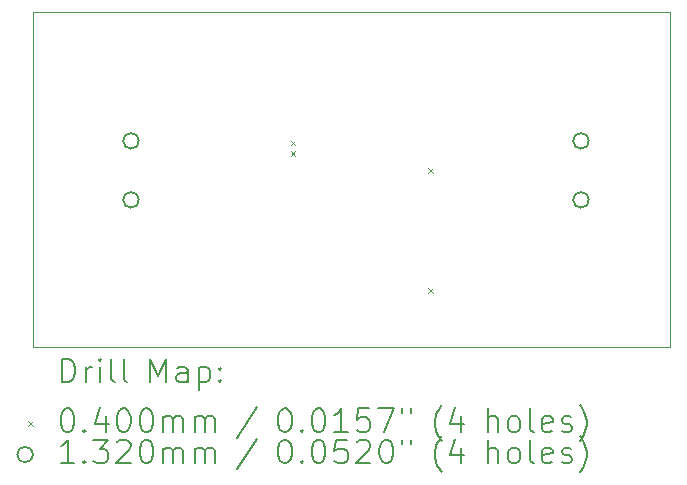
<source format=gbr>
%TF.GenerationSoftware,KiCad,Pcbnew,(6.99.0-5210-g1b15854da5)*%
%TF.CreationDate,2023-02-20T10:04:08+05:30*%
%TF.ProjectId,Prot_Circ,50726f74-5f43-4697-9263-2e6b69636164,rev?*%
%TF.SameCoordinates,Original*%
%TF.FileFunction,Drillmap*%
%TF.FilePolarity,Positive*%
%FSLAX45Y45*%
G04 Gerber Fmt 4.5, Leading zero omitted, Abs format (unit mm)*
G04 Created by KiCad (PCBNEW (6.99.0-5210-g1b15854da5)) date 2023-02-20 10:04:08*
%MOMM*%
%LPD*%
G01*
G04 APERTURE LIST*
%ADD10C,0.100000*%
%ADD11C,0.200000*%
%ADD12C,0.040000*%
%ADD13C,0.132000*%
G04 APERTURE END LIST*
D10*
X11366500Y-7292340D02*
X16532860Y-7292340D01*
X16756380Y-10129520D02*
X11366500Y-10129520D01*
X11366500Y-10129520D02*
X11366500Y-7292340D01*
X16756380Y-7292340D02*
X16756380Y-10129520D01*
X16532860Y-7292340D02*
X16756380Y-7292340D01*
D11*
D12*
X13546140Y-8379780D02*
X13586140Y-8419780D01*
X13586140Y-8379780D02*
X13546140Y-8419780D01*
X13546140Y-8471220D02*
X13586140Y-8511220D01*
X13586140Y-8471220D02*
X13546140Y-8511220D01*
X14712000Y-8616000D02*
X14752000Y-8656000D01*
X14752000Y-8616000D02*
X14712000Y-8656000D01*
X14712000Y-9632000D02*
X14752000Y-9672000D01*
X14752000Y-9632000D02*
X14712000Y-9672000D01*
D13*
X12258000Y-8382000D02*
G75*
G03*
X12258000Y-8382000I-66000J0D01*
G01*
X12258000Y-8882000D02*
G75*
G03*
X12258000Y-8882000I-66000J0D01*
G01*
X16068000Y-8382000D02*
G75*
G03*
X16068000Y-8382000I-66000J0D01*
G01*
X16068000Y-8882000D02*
G75*
G03*
X16068000Y-8882000I-66000J0D01*
G01*
D11*
X11609119Y-10427996D02*
X11609119Y-10227996D01*
X11609119Y-10227996D02*
X11656738Y-10227996D01*
X11656738Y-10227996D02*
X11685309Y-10237520D01*
X11685309Y-10237520D02*
X11704357Y-10256568D01*
X11704357Y-10256568D02*
X11713881Y-10275615D01*
X11713881Y-10275615D02*
X11723405Y-10313710D01*
X11723405Y-10313710D02*
X11723405Y-10342282D01*
X11723405Y-10342282D02*
X11713881Y-10380377D01*
X11713881Y-10380377D02*
X11704357Y-10399425D01*
X11704357Y-10399425D02*
X11685309Y-10418472D01*
X11685309Y-10418472D02*
X11656738Y-10427996D01*
X11656738Y-10427996D02*
X11609119Y-10427996D01*
X11809119Y-10427996D02*
X11809119Y-10294663D01*
X11809119Y-10332758D02*
X11818643Y-10313710D01*
X11818643Y-10313710D02*
X11828167Y-10304187D01*
X11828167Y-10304187D02*
X11847214Y-10294663D01*
X11847214Y-10294663D02*
X11866262Y-10294663D01*
X11932928Y-10427996D02*
X11932928Y-10294663D01*
X11932928Y-10227996D02*
X11923405Y-10237520D01*
X11923405Y-10237520D02*
X11932928Y-10247044D01*
X11932928Y-10247044D02*
X11942452Y-10237520D01*
X11942452Y-10237520D02*
X11932928Y-10227996D01*
X11932928Y-10227996D02*
X11932928Y-10247044D01*
X12056738Y-10427996D02*
X12037690Y-10418472D01*
X12037690Y-10418472D02*
X12028167Y-10399425D01*
X12028167Y-10399425D02*
X12028167Y-10227996D01*
X12161500Y-10427996D02*
X12142452Y-10418472D01*
X12142452Y-10418472D02*
X12132928Y-10399425D01*
X12132928Y-10399425D02*
X12132928Y-10227996D01*
X12357690Y-10427996D02*
X12357690Y-10227996D01*
X12357690Y-10227996D02*
X12424357Y-10370853D01*
X12424357Y-10370853D02*
X12491024Y-10227996D01*
X12491024Y-10227996D02*
X12491024Y-10427996D01*
X12671976Y-10427996D02*
X12671976Y-10323234D01*
X12671976Y-10323234D02*
X12662452Y-10304187D01*
X12662452Y-10304187D02*
X12643405Y-10294663D01*
X12643405Y-10294663D02*
X12605309Y-10294663D01*
X12605309Y-10294663D02*
X12586262Y-10304187D01*
X12671976Y-10418472D02*
X12652928Y-10427996D01*
X12652928Y-10427996D02*
X12605309Y-10427996D01*
X12605309Y-10427996D02*
X12586262Y-10418472D01*
X12586262Y-10418472D02*
X12576738Y-10399425D01*
X12576738Y-10399425D02*
X12576738Y-10380377D01*
X12576738Y-10380377D02*
X12586262Y-10361330D01*
X12586262Y-10361330D02*
X12605309Y-10351806D01*
X12605309Y-10351806D02*
X12652928Y-10351806D01*
X12652928Y-10351806D02*
X12671976Y-10342282D01*
X12767214Y-10294663D02*
X12767214Y-10494663D01*
X12767214Y-10304187D02*
X12786262Y-10294663D01*
X12786262Y-10294663D02*
X12824357Y-10294663D01*
X12824357Y-10294663D02*
X12843405Y-10304187D01*
X12843405Y-10304187D02*
X12852928Y-10313710D01*
X12852928Y-10313710D02*
X12862452Y-10332758D01*
X12862452Y-10332758D02*
X12862452Y-10389901D01*
X12862452Y-10389901D02*
X12852928Y-10408949D01*
X12852928Y-10408949D02*
X12843405Y-10418472D01*
X12843405Y-10418472D02*
X12824357Y-10427996D01*
X12824357Y-10427996D02*
X12786262Y-10427996D01*
X12786262Y-10427996D02*
X12767214Y-10418472D01*
X12948167Y-10408949D02*
X12957690Y-10418472D01*
X12957690Y-10418472D02*
X12948167Y-10427996D01*
X12948167Y-10427996D02*
X12938643Y-10418472D01*
X12938643Y-10418472D02*
X12948167Y-10408949D01*
X12948167Y-10408949D02*
X12948167Y-10427996D01*
X12948167Y-10304187D02*
X12957690Y-10313710D01*
X12957690Y-10313710D02*
X12948167Y-10323234D01*
X12948167Y-10323234D02*
X12938643Y-10313710D01*
X12938643Y-10313710D02*
X12948167Y-10304187D01*
X12948167Y-10304187D02*
X12948167Y-10323234D01*
D12*
X11321500Y-10754520D02*
X11361500Y-10794520D01*
X11361500Y-10754520D02*
X11321500Y-10794520D01*
D11*
X11647214Y-10647996D02*
X11666262Y-10647996D01*
X11666262Y-10647996D02*
X11685309Y-10657520D01*
X11685309Y-10657520D02*
X11694833Y-10667044D01*
X11694833Y-10667044D02*
X11704357Y-10686091D01*
X11704357Y-10686091D02*
X11713881Y-10724187D01*
X11713881Y-10724187D02*
X11713881Y-10771806D01*
X11713881Y-10771806D02*
X11704357Y-10809901D01*
X11704357Y-10809901D02*
X11694833Y-10828949D01*
X11694833Y-10828949D02*
X11685309Y-10838472D01*
X11685309Y-10838472D02*
X11666262Y-10847996D01*
X11666262Y-10847996D02*
X11647214Y-10847996D01*
X11647214Y-10847996D02*
X11628167Y-10838472D01*
X11628167Y-10838472D02*
X11618643Y-10828949D01*
X11618643Y-10828949D02*
X11609119Y-10809901D01*
X11609119Y-10809901D02*
X11599595Y-10771806D01*
X11599595Y-10771806D02*
X11599595Y-10724187D01*
X11599595Y-10724187D02*
X11609119Y-10686091D01*
X11609119Y-10686091D02*
X11618643Y-10667044D01*
X11618643Y-10667044D02*
X11628167Y-10657520D01*
X11628167Y-10657520D02*
X11647214Y-10647996D01*
X11799595Y-10828949D02*
X11809119Y-10838472D01*
X11809119Y-10838472D02*
X11799595Y-10847996D01*
X11799595Y-10847996D02*
X11790071Y-10838472D01*
X11790071Y-10838472D02*
X11799595Y-10828949D01*
X11799595Y-10828949D02*
X11799595Y-10847996D01*
X11980548Y-10714663D02*
X11980548Y-10847996D01*
X11932928Y-10638472D02*
X11885309Y-10781330D01*
X11885309Y-10781330D02*
X12009119Y-10781330D01*
X12123405Y-10647996D02*
X12142452Y-10647996D01*
X12142452Y-10647996D02*
X12161500Y-10657520D01*
X12161500Y-10657520D02*
X12171024Y-10667044D01*
X12171024Y-10667044D02*
X12180548Y-10686091D01*
X12180548Y-10686091D02*
X12190071Y-10724187D01*
X12190071Y-10724187D02*
X12190071Y-10771806D01*
X12190071Y-10771806D02*
X12180548Y-10809901D01*
X12180548Y-10809901D02*
X12171024Y-10828949D01*
X12171024Y-10828949D02*
X12161500Y-10838472D01*
X12161500Y-10838472D02*
X12142452Y-10847996D01*
X12142452Y-10847996D02*
X12123405Y-10847996D01*
X12123405Y-10847996D02*
X12104357Y-10838472D01*
X12104357Y-10838472D02*
X12094833Y-10828949D01*
X12094833Y-10828949D02*
X12085309Y-10809901D01*
X12085309Y-10809901D02*
X12075786Y-10771806D01*
X12075786Y-10771806D02*
X12075786Y-10724187D01*
X12075786Y-10724187D02*
X12085309Y-10686091D01*
X12085309Y-10686091D02*
X12094833Y-10667044D01*
X12094833Y-10667044D02*
X12104357Y-10657520D01*
X12104357Y-10657520D02*
X12123405Y-10647996D01*
X12313881Y-10647996D02*
X12332929Y-10647996D01*
X12332929Y-10647996D02*
X12351976Y-10657520D01*
X12351976Y-10657520D02*
X12361500Y-10667044D01*
X12361500Y-10667044D02*
X12371024Y-10686091D01*
X12371024Y-10686091D02*
X12380548Y-10724187D01*
X12380548Y-10724187D02*
X12380548Y-10771806D01*
X12380548Y-10771806D02*
X12371024Y-10809901D01*
X12371024Y-10809901D02*
X12361500Y-10828949D01*
X12361500Y-10828949D02*
X12351976Y-10838472D01*
X12351976Y-10838472D02*
X12332929Y-10847996D01*
X12332929Y-10847996D02*
X12313881Y-10847996D01*
X12313881Y-10847996D02*
X12294833Y-10838472D01*
X12294833Y-10838472D02*
X12285309Y-10828949D01*
X12285309Y-10828949D02*
X12275786Y-10809901D01*
X12275786Y-10809901D02*
X12266262Y-10771806D01*
X12266262Y-10771806D02*
X12266262Y-10724187D01*
X12266262Y-10724187D02*
X12275786Y-10686091D01*
X12275786Y-10686091D02*
X12285309Y-10667044D01*
X12285309Y-10667044D02*
X12294833Y-10657520D01*
X12294833Y-10657520D02*
X12313881Y-10647996D01*
X12466262Y-10847996D02*
X12466262Y-10714663D01*
X12466262Y-10733710D02*
X12475786Y-10724187D01*
X12475786Y-10724187D02*
X12494833Y-10714663D01*
X12494833Y-10714663D02*
X12523405Y-10714663D01*
X12523405Y-10714663D02*
X12542452Y-10724187D01*
X12542452Y-10724187D02*
X12551976Y-10743234D01*
X12551976Y-10743234D02*
X12551976Y-10847996D01*
X12551976Y-10743234D02*
X12561500Y-10724187D01*
X12561500Y-10724187D02*
X12580548Y-10714663D01*
X12580548Y-10714663D02*
X12609119Y-10714663D01*
X12609119Y-10714663D02*
X12628167Y-10724187D01*
X12628167Y-10724187D02*
X12637690Y-10743234D01*
X12637690Y-10743234D02*
X12637690Y-10847996D01*
X12732929Y-10847996D02*
X12732929Y-10714663D01*
X12732929Y-10733710D02*
X12742452Y-10724187D01*
X12742452Y-10724187D02*
X12761500Y-10714663D01*
X12761500Y-10714663D02*
X12790071Y-10714663D01*
X12790071Y-10714663D02*
X12809119Y-10724187D01*
X12809119Y-10724187D02*
X12818643Y-10743234D01*
X12818643Y-10743234D02*
X12818643Y-10847996D01*
X12818643Y-10743234D02*
X12828167Y-10724187D01*
X12828167Y-10724187D02*
X12847214Y-10714663D01*
X12847214Y-10714663D02*
X12875786Y-10714663D01*
X12875786Y-10714663D02*
X12894833Y-10724187D01*
X12894833Y-10724187D02*
X12904357Y-10743234D01*
X12904357Y-10743234D02*
X12904357Y-10847996D01*
X13262452Y-10638472D02*
X13091024Y-10895615D01*
X13487214Y-10647996D02*
X13506262Y-10647996D01*
X13506262Y-10647996D02*
X13525310Y-10657520D01*
X13525310Y-10657520D02*
X13534833Y-10667044D01*
X13534833Y-10667044D02*
X13544357Y-10686091D01*
X13544357Y-10686091D02*
X13553881Y-10724187D01*
X13553881Y-10724187D02*
X13553881Y-10771806D01*
X13553881Y-10771806D02*
X13544357Y-10809901D01*
X13544357Y-10809901D02*
X13534833Y-10828949D01*
X13534833Y-10828949D02*
X13525310Y-10838472D01*
X13525310Y-10838472D02*
X13506262Y-10847996D01*
X13506262Y-10847996D02*
X13487214Y-10847996D01*
X13487214Y-10847996D02*
X13468167Y-10838472D01*
X13468167Y-10838472D02*
X13458643Y-10828949D01*
X13458643Y-10828949D02*
X13449119Y-10809901D01*
X13449119Y-10809901D02*
X13439595Y-10771806D01*
X13439595Y-10771806D02*
X13439595Y-10724187D01*
X13439595Y-10724187D02*
X13449119Y-10686091D01*
X13449119Y-10686091D02*
X13458643Y-10667044D01*
X13458643Y-10667044D02*
X13468167Y-10657520D01*
X13468167Y-10657520D02*
X13487214Y-10647996D01*
X13639595Y-10828949D02*
X13649119Y-10838472D01*
X13649119Y-10838472D02*
X13639595Y-10847996D01*
X13639595Y-10847996D02*
X13630071Y-10838472D01*
X13630071Y-10838472D02*
X13639595Y-10828949D01*
X13639595Y-10828949D02*
X13639595Y-10847996D01*
X13772929Y-10647996D02*
X13791976Y-10647996D01*
X13791976Y-10647996D02*
X13811024Y-10657520D01*
X13811024Y-10657520D02*
X13820548Y-10667044D01*
X13820548Y-10667044D02*
X13830071Y-10686091D01*
X13830071Y-10686091D02*
X13839595Y-10724187D01*
X13839595Y-10724187D02*
X13839595Y-10771806D01*
X13839595Y-10771806D02*
X13830071Y-10809901D01*
X13830071Y-10809901D02*
X13820548Y-10828949D01*
X13820548Y-10828949D02*
X13811024Y-10838472D01*
X13811024Y-10838472D02*
X13791976Y-10847996D01*
X13791976Y-10847996D02*
X13772929Y-10847996D01*
X13772929Y-10847996D02*
X13753881Y-10838472D01*
X13753881Y-10838472D02*
X13744357Y-10828949D01*
X13744357Y-10828949D02*
X13734833Y-10809901D01*
X13734833Y-10809901D02*
X13725310Y-10771806D01*
X13725310Y-10771806D02*
X13725310Y-10724187D01*
X13725310Y-10724187D02*
X13734833Y-10686091D01*
X13734833Y-10686091D02*
X13744357Y-10667044D01*
X13744357Y-10667044D02*
X13753881Y-10657520D01*
X13753881Y-10657520D02*
X13772929Y-10647996D01*
X14030071Y-10847996D02*
X13915786Y-10847996D01*
X13972929Y-10847996D02*
X13972929Y-10647996D01*
X13972929Y-10647996D02*
X13953881Y-10676568D01*
X13953881Y-10676568D02*
X13934833Y-10695615D01*
X13934833Y-10695615D02*
X13915786Y-10705139D01*
X14211024Y-10647996D02*
X14115786Y-10647996D01*
X14115786Y-10647996D02*
X14106262Y-10743234D01*
X14106262Y-10743234D02*
X14115786Y-10733710D01*
X14115786Y-10733710D02*
X14134833Y-10724187D01*
X14134833Y-10724187D02*
X14182452Y-10724187D01*
X14182452Y-10724187D02*
X14201500Y-10733710D01*
X14201500Y-10733710D02*
X14211024Y-10743234D01*
X14211024Y-10743234D02*
X14220548Y-10762282D01*
X14220548Y-10762282D02*
X14220548Y-10809901D01*
X14220548Y-10809901D02*
X14211024Y-10828949D01*
X14211024Y-10828949D02*
X14201500Y-10838472D01*
X14201500Y-10838472D02*
X14182452Y-10847996D01*
X14182452Y-10847996D02*
X14134833Y-10847996D01*
X14134833Y-10847996D02*
X14115786Y-10838472D01*
X14115786Y-10838472D02*
X14106262Y-10828949D01*
X14287214Y-10647996D02*
X14420548Y-10647996D01*
X14420548Y-10647996D02*
X14334833Y-10847996D01*
X14487214Y-10647996D02*
X14487214Y-10686091D01*
X14563405Y-10647996D02*
X14563405Y-10686091D01*
X14826262Y-10924187D02*
X14816738Y-10914663D01*
X14816738Y-10914663D02*
X14797691Y-10886091D01*
X14797691Y-10886091D02*
X14788167Y-10867044D01*
X14788167Y-10867044D02*
X14778643Y-10838472D01*
X14778643Y-10838472D02*
X14769119Y-10790853D01*
X14769119Y-10790853D02*
X14769119Y-10752758D01*
X14769119Y-10752758D02*
X14778643Y-10705139D01*
X14778643Y-10705139D02*
X14788167Y-10676568D01*
X14788167Y-10676568D02*
X14797691Y-10657520D01*
X14797691Y-10657520D02*
X14816738Y-10628949D01*
X14816738Y-10628949D02*
X14826262Y-10619425D01*
X14988167Y-10714663D02*
X14988167Y-10847996D01*
X14940548Y-10638472D02*
X14892929Y-10781330D01*
X14892929Y-10781330D02*
X15016738Y-10781330D01*
X15212929Y-10847996D02*
X15212929Y-10647996D01*
X15298643Y-10847996D02*
X15298643Y-10743234D01*
X15298643Y-10743234D02*
X15289119Y-10724187D01*
X15289119Y-10724187D02*
X15270072Y-10714663D01*
X15270072Y-10714663D02*
X15241500Y-10714663D01*
X15241500Y-10714663D02*
X15222452Y-10724187D01*
X15222452Y-10724187D02*
X15212929Y-10733710D01*
X15422452Y-10847996D02*
X15403405Y-10838472D01*
X15403405Y-10838472D02*
X15393881Y-10828949D01*
X15393881Y-10828949D02*
X15384357Y-10809901D01*
X15384357Y-10809901D02*
X15384357Y-10752758D01*
X15384357Y-10752758D02*
X15393881Y-10733710D01*
X15393881Y-10733710D02*
X15403405Y-10724187D01*
X15403405Y-10724187D02*
X15422452Y-10714663D01*
X15422452Y-10714663D02*
X15451024Y-10714663D01*
X15451024Y-10714663D02*
X15470072Y-10724187D01*
X15470072Y-10724187D02*
X15479595Y-10733710D01*
X15479595Y-10733710D02*
X15489119Y-10752758D01*
X15489119Y-10752758D02*
X15489119Y-10809901D01*
X15489119Y-10809901D02*
X15479595Y-10828949D01*
X15479595Y-10828949D02*
X15470072Y-10838472D01*
X15470072Y-10838472D02*
X15451024Y-10847996D01*
X15451024Y-10847996D02*
X15422452Y-10847996D01*
X15603405Y-10847996D02*
X15584357Y-10838472D01*
X15584357Y-10838472D02*
X15574833Y-10819425D01*
X15574833Y-10819425D02*
X15574833Y-10647996D01*
X15755786Y-10838472D02*
X15736738Y-10847996D01*
X15736738Y-10847996D02*
X15698643Y-10847996D01*
X15698643Y-10847996D02*
X15679595Y-10838472D01*
X15679595Y-10838472D02*
X15670072Y-10819425D01*
X15670072Y-10819425D02*
X15670072Y-10743234D01*
X15670072Y-10743234D02*
X15679595Y-10724187D01*
X15679595Y-10724187D02*
X15698643Y-10714663D01*
X15698643Y-10714663D02*
X15736738Y-10714663D01*
X15736738Y-10714663D02*
X15755786Y-10724187D01*
X15755786Y-10724187D02*
X15765310Y-10743234D01*
X15765310Y-10743234D02*
X15765310Y-10762282D01*
X15765310Y-10762282D02*
X15670072Y-10781330D01*
X15841500Y-10838472D02*
X15860548Y-10847996D01*
X15860548Y-10847996D02*
X15898643Y-10847996D01*
X15898643Y-10847996D02*
X15917691Y-10838472D01*
X15917691Y-10838472D02*
X15927214Y-10819425D01*
X15927214Y-10819425D02*
X15927214Y-10809901D01*
X15927214Y-10809901D02*
X15917691Y-10790853D01*
X15917691Y-10790853D02*
X15898643Y-10781330D01*
X15898643Y-10781330D02*
X15870072Y-10781330D01*
X15870072Y-10781330D02*
X15851024Y-10771806D01*
X15851024Y-10771806D02*
X15841500Y-10752758D01*
X15841500Y-10752758D02*
X15841500Y-10743234D01*
X15841500Y-10743234D02*
X15851024Y-10724187D01*
X15851024Y-10724187D02*
X15870072Y-10714663D01*
X15870072Y-10714663D02*
X15898643Y-10714663D01*
X15898643Y-10714663D02*
X15917691Y-10724187D01*
X15993881Y-10924187D02*
X16003405Y-10914663D01*
X16003405Y-10914663D02*
X16022453Y-10886091D01*
X16022453Y-10886091D02*
X16031976Y-10867044D01*
X16031976Y-10867044D02*
X16041500Y-10838472D01*
X16041500Y-10838472D02*
X16051024Y-10790853D01*
X16051024Y-10790853D02*
X16051024Y-10752758D01*
X16051024Y-10752758D02*
X16041500Y-10705139D01*
X16041500Y-10705139D02*
X16031976Y-10676568D01*
X16031976Y-10676568D02*
X16022453Y-10657520D01*
X16022453Y-10657520D02*
X16003405Y-10628949D01*
X16003405Y-10628949D02*
X15993881Y-10619425D01*
D13*
X11361500Y-11038520D02*
G75*
G03*
X11361500Y-11038520I-66000J0D01*
G01*
D11*
X11713881Y-11111996D02*
X11599595Y-11111996D01*
X11656738Y-11111996D02*
X11656738Y-10911996D01*
X11656738Y-10911996D02*
X11637690Y-10940568D01*
X11637690Y-10940568D02*
X11618643Y-10959615D01*
X11618643Y-10959615D02*
X11599595Y-10969139D01*
X11799595Y-11092949D02*
X11809119Y-11102472D01*
X11809119Y-11102472D02*
X11799595Y-11111996D01*
X11799595Y-11111996D02*
X11790071Y-11102472D01*
X11790071Y-11102472D02*
X11799595Y-11092949D01*
X11799595Y-11092949D02*
X11799595Y-11111996D01*
X11875786Y-10911996D02*
X11999595Y-10911996D01*
X11999595Y-10911996D02*
X11932928Y-10988187D01*
X11932928Y-10988187D02*
X11961500Y-10988187D01*
X11961500Y-10988187D02*
X11980548Y-10997710D01*
X11980548Y-10997710D02*
X11990071Y-11007234D01*
X11990071Y-11007234D02*
X11999595Y-11026282D01*
X11999595Y-11026282D02*
X11999595Y-11073901D01*
X11999595Y-11073901D02*
X11990071Y-11092949D01*
X11990071Y-11092949D02*
X11980548Y-11102472D01*
X11980548Y-11102472D02*
X11961500Y-11111996D01*
X11961500Y-11111996D02*
X11904357Y-11111996D01*
X11904357Y-11111996D02*
X11885309Y-11102472D01*
X11885309Y-11102472D02*
X11875786Y-11092949D01*
X12075786Y-10931044D02*
X12085309Y-10921520D01*
X12085309Y-10921520D02*
X12104357Y-10911996D01*
X12104357Y-10911996D02*
X12151976Y-10911996D01*
X12151976Y-10911996D02*
X12171024Y-10921520D01*
X12171024Y-10921520D02*
X12180548Y-10931044D01*
X12180548Y-10931044D02*
X12190071Y-10950091D01*
X12190071Y-10950091D02*
X12190071Y-10969139D01*
X12190071Y-10969139D02*
X12180548Y-10997710D01*
X12180548Y-10997710D02*
X12066262Y-11111996D01*
X12066262Y-11111996D02*
X12190071Y-11111996D01*
X12313881Y-10911996D02*
X12332929Y-10911996D01*
X12332929Y-10911996D02*
X12351976Y-10921520D01*
X12351976Y-10921520D02*
X12361500Y-10931044D01*
X12361500Y-10931044D02*
X12371024Y-10950091D01*
X12371024Y-10950091D02*
X12380548Y-10988187D01*
X12380548Y-10988187D02*
X12380548Y-11035806D01*
X12380548Y-11035806D02*
X12371024Y-11073901D01*
X12371024Y-11073901D02*
X12361500Y-11092949D01*
X12361500Y-11092949D02*
X12351976Y-11102472D01*
X12351976Y-11102472D02*
X12332929Y-11111996D01*
X12332929Y-11111996D02*
X12313881Y-11111996D01*
X12313881Y-11111996D02*
X12294833Y-11102472D01*
X12294833Y-11102472D02*
X12285309Y-11092949D01*
X12285309Y-11092949D02*
X12275786Y-11073901D01*
X12275786Y-11073901D02*
X12266262Y-11035806D01*
X12266262Y-11035806D02*
X12266262Y-10988187D01*
X12266262Y-10988187D02*
X12275786Y-10950091D01*
X12275786Y-10950091D02*
X12285309Y-10931044D01*
X12285309Y-10931044D02*
X12294833Y-10921520D01*
X12294833Y-10921520D02*
X12313881Y-10911996D01*
X12466262Y-11111996D02*
X12466262Y-10978663D01*
X12466262Y-10997710D02*
X12475786Y-10988187D01*
X12475786Y-10988187D02*
X12494833Y-10978663D01*
X12494833Y-10978663D02*
X12523405Y-10978663D01*
X12523405Y-10978663D02*
X12542452Y-10988187D01*
X12542452Y-10988187D02*
X12551976Y-11007234D01*
X12551976Y-11007234D02*
X12551976Y-11111996D01*
X12551976Y-11007234D02*
X12561500Y-10988187D01*
X12561500Y-10988187D02*
X12580548Y-10978663D01*
X12580548Y-10978663D02*
X12609119Y-10978663D01*
X12609119Y-10978663D02*
X12628167Y-10988187D01*
X12628167Y-10988187D02*
X12637690Y-11007234D01*
X12637690Y-11007234D02*
X12637690Y-11111996D01*
X12732929Y-11111996D02*
X12732929Y-10978663D01*
X12732929Y-10997710D02*
X12742452Y-10988187D01*
X12742452Y-10988187D02*
X12761500Y-10978663D01*
X12761500Y-10978663D02*
X12790071Y-10978663D01*
X12790071Y-10978663D02*
X12809119Y-10988187D01*
X12809119Y-10988187D02*
X12818643Y-11007234D01*
X12818643Y-11007234D02*
X12818643Y-11111996D01*
X12818643Y-11007234D02*
X12828167Y-10988187D01*
X12828167Y-10988187D02*
X12847214Y-10978663D01*
X12847214Y-10978663D02*
X12875786Y-10978663D01*
X12875786Y-10978663D02*
X12894833Y-10988187D01*
X12894833Y-10988187D02*
X12904357Y-11007234D01*
X12904357Y-11007234D02*
X12904357Y-11111996D01*
X13262452Y-10902472D02*
X13091024Y-11159615D01*
X13487214Y-10911996D02*
X13506262Y-10911996D01*
X13506262Y-10911996D02*
X13525310Y-10921520D01*
X13525310Y-10921520D02*
X13534833Y-10931044D01*
X13534833Y-10931044D02*
X13544357Y-10950091D01*
X13544357Y-10950091D02*
X13553881Y-10988187D01*
X13553881Y-10988187D02*
X13553881Y-11035806D01*
X13553881Y-11035806D02*
X13544357Y-11073901D01*
X13544357Y-11073901D02*
X13534833Y-11092949D01*
X13534833Y-11092949D02*
X13525310Y-11102472D01*
X13525310Y-11102472D02*
X13506262Y-11111996D01*
X13506262Y-11111996D02*
X13487214Y-11111996D01*
X13487214Y-11111996D02*
X13468167Y-11102472D01*
X13468167Y-11102472D02*
X13458643Y-11092949D01*
X13458643Y-11092949D02*
X13449119Y-11073901D01*
X13449119Y-11073901D02*
X13439595Y-11035806D01*
X13439595Y-11035806D02*
X13439595Y-10988187D01*
X13439595Y-10988187D02*
X13449119Y-10950091D01*
X13449119Y-10950091D02*
X13458643Y-10931044D01*
X13458643Y-10931044D02*
X13468167Y-10921520D01*
X13468167Y-10921520D02*
X13487214Y-10911996D01*
X13639595Y-11092949D02*
X13649119Y-11102472D01*
X13649119Y-11102472D02*
X13639595Y-11111996D01*
X13639595Y-11111996D02*
X13630071Y-11102472D01*
X13630071Y-11102472D02*
X13639595Y-11092949D01*
X13639595Y-11092949D02*
X13639595Y-11111996D01*
X13772929Y-10911996D02*
X13791976Y-10911996D01*
X13791976Y-10911996D02*
X13811024Y-10921520D01*
X13811024Y-10921520D02*
X13820548Y-10931044D01*
X13820548Y-10931044D02*
X13830071Y-10950091D01*
X13830071Y-10950091D02*
X13839595Y-10988187D01*
X13839595Y-10988187D02*
X13839595Y-11035806D01*
X13839595Y-11035806D02*
X13830071Y-11073901D01*
X13830071Y-11073901D02*
X13820548Y-11092949D01*
X13820548Y-11092949D02*
X13811024Y-11102472D01*
X13811024Y-11102472D02*
X13791976Y-11111996D01*
X13791976Y-11111996D02*
X13772929Y-11111996D01*
X13772929Y-11111996D02*
X13753881Y-11102472D01*
X13753881Y-11102472D02*
X13744357Y-11092949D01*
X13744357Y-11092949D02*
X13734833Y-11073901D01*
X13734833Y-11073901D02*
X13725310Y-11035806D01*
X13725310Y-11035806D02*
X13725310Y-10988187D01*
X13725310Y-10988187D02*
X13734833Y-10950091D01*
X13734833Y-10950091D02*
X13744357Y-10931044D01*
X13744357Y-10931044D02*
X13753881Y-10921520D01*
X13753881Y-10921520D02*
X13772929Y-10911996D01*
X14020548Y-10911996D02*
X13925310Y-10911996D01*
X13925310Y-10911996D02*
X13915786Y-11007234D01*
X13915786Y-11007234D02*
X13925310Y-10997710D01*
X13925310Y-10997710D02*
X13944357Y-10988187D01*
X13944357Y-10988187D02*
X13991976Y-10988187D01*
X13991976Y-10988187D02*
X14011024Y-10997710D01*
X14011024Y-10997710D02*
X14020548Y-11007234D01*
X14020548Y-11007234D02*
X14030071Y-11026282D01*
X14030071Y-11026282D02*
X14030071Y-11073901D01*
X14030071Y-11073901D02*
X14020548Y-11092949D01*
X14020548Y-11092949D02*
X14011024Y-11102472D01*
X14011024Y-11102472D02*
X13991976Y-11111996D01*
X13991976Y-11111996D02*
X13944357Y-11111996D01*
X13944357Y-11111996D02*
X13925310Y-11102472D01*
X13925310Y-11102472D02*
X13915786Y-11092949D01*
X14106262Y-10931044D02*
X14115786Y-10921520D01*
X14115786Y-10921520D02*
X14134833Y-10911996D01*
X14134833Y-10911996D02*
X14182452Y-10911996D01*
X14182452Y-10911996D02*
X14201500Y-10921520D01*
X14201500Y-10921520D02*
X14211024Y-10931044D01*
X14211024Y-10931044D02*
X14220548Y-10950091D01*
X14220548Y-10950091D02*
X14220548Y-10969139D01*
X14220548Y-10969139D02*
X14211024Y-10997710D01*
X14211024Y-10997710D02*
X14096738Y-11111996D01*
X14096738Y-11111996D02*
X14220548Y-11111996D01*
X14344357Y-10911996D02*
X14363405Y-10911996D01*
X14363405Y-10911996D02*
X14382452Y-10921520D01*
X14382452Y-10921520D02*
X14391976Y-10931044D01*
X14391976Y-10931044D02*
X14401500Y-10950091D01*
X14401500Y-10950091D02*
X14411024Y-10988187D01*
X14411024Y-10988187D02*
X14411024Y-11035806D01*
X14411024Y-11035806D02*
X14401500Y-11073901D01*
X14401500Y-11073901D02*
X14391976Y-11092949D01*
X14391976Y-11092949D02*
X14382452Y-11102472D01*
X14382452Y-11102472D02*
X14363405Y-11111996D01*
X14363405Y-11111996D02*
X14344357Y-11111996D01*
X14344357Y-11111996D02*
X14325310Y-11102472D01*
X14325310Y-11102472D02*
X14315786Y-11092949D01*
X14315786Y-11092949D02*
X14306262Y-11073901D01*
X14306262Y-11073901D02*
X14296738Y-11035806D01*
X14296738Y-11035806D02*
X14296738Y-10988187D01*
X14296738Y-10988187D02*
X14306262Y-10950091D01*
X14306262Y-10950091D02*
X14315786Y-10931044D01*
X14315786Y-10931044D02*
X14325310Y-10921520D01*
X14325310Y-10921520D02*
X14344357Y-10911996D01*
X14487214Y-10911996D02*
X14487214Y-10950091D01*
X14563405Y-10911996D02*
X14563405Y-10950091D01*
X14826262Y-11188187D02*
X14816738Y-11178663D01*
X14816738Y-11178663D02*
X14797691Y-11150091D01*
X14797691Y-11150091D02*
X14788167Y-11131044D01*
X14788167Y-11131044D02*
X14778643Y-11102472D01*
X14778643Y-11102472D02*
X14769119Y-11054853D01*
X14769119Y-11054853D02*
X14769119Y-11016758D01*
X14769119Y-11016758D02*
X14778643Y-10969139D01*
X14778643Y-10969139D02*
X14788167Y-10940568D01*
X14788167Y-10940568D02*
X14797691Y-10921520D01*
X14797691Y-10921520D02*
X14816738Y-10892949D01*
X14816738Y-10892949D02*
X14826262Y-10883425D01*
X14988167Y-10978663D02*
X14988167Y-11111996D01*
X14940548Y-10902472D02*
X14892929Y-11045330D01*
X14892929Y-11045330D02*
X15016738Y-11045330D01*
X15212929Y-11111996D02*
X15212929Y-10911996D01*
X15298643Y-11111996D02*
X15298643Y-11007234D01*
X15298643Y-11007234D02*
X15289119Y-10988187D01*
X15289119Y-10988187D02*
X15270072Y-10978663D01*
X15270072Y-10978663D02*
X15241500Y-10978663D01*
X15241500Y-10978663D02*
X15222452Y-10988187D01*
X15222452Y-10988187D02*
X15212929Y-10997710D01*
X15422452Y-11111996D02*
X15403405Y-11102472D01*
X15403405Y-11102472D02*
X15393881Y-11092949D01*
X15393881Y-11092949D02*
X15384357Y-11073901D01*
X15384357Y-11073901D02*
X15384357Y-11016758D01*
X15384357Y-11016758D02*
X15393881Y-10997710D01*
X15393881Y-10997710D02*
X15403405Y-10988187D01*
X15403405Y-10988187D02*
X15422452Y-10978663D01*
X15422452Y-10978663D02*
X15451024Y-10978663D01*
X15451024Y-10978663D02*
X15470072Y-10988187D01*
X15470072Y-10988187D02*
X15479595Y-10997710D01*
X15479595Y-10997710D02*
X15489119Y-11016758D01*
X15489119Y-11016758D02*
X15489119Y-11073901D01*
X15489119Y-11073901D02*
X15479595Y-11092949D01*
X15479595Y-11092949D02*
X15470072Y-11102472D01*
X15470072Y-11102472D02*
X15451024Y-11111996D01*
X15451024Y-11111996D02*
X15422452Y-11111996D01*
X15603405Y-11111996D02*
X15584357Y-11102472D01*
X15584357Y-11102472D02*
X15574833Y-11083425D01*
X15574833Y-11083425D02*
X15574833Y-10911996D01*
X15755786Y-11102472D02*
X15736738Y-11111996D01*
X15736738Y-11111996D02*
X15698643Y-11111996D01*
X15698643Y-11111996D02*
X15679595Y-11102472D01*
X15679595Y-11102472D02*
X15670072Y-11083425D01*
X15670072Y-11083425D02*
X15670072Y-11007234D01*
X15670072Y-11007234D02*
X15679595Y-10988187D01*
X15679595Y-10988187D02*
X15698643Y-10978663D01*
X15698643Y-10978663D02*
X15736738Y-10978663D01*
X15736738Y-10978663D02*
X15755786Y-10988187D01*
X15755786Y-10988187D02*
X15765310Y-11007234D01*
X15765310Y-11007234D02*
X15765310Y-11026282D01*
X15765310Y-11026282D02*
X15670072Y-11045330D01*
X15841500Y-11102472D02*
X15860548Y-11111996D01*
X15860548Y-11111996D02*
X15898643Y-11111996D01*
X15898643Y-11111996D02*
X15917691Y-11102472D01*
X15917691Y-11102472D02*
X15927214Y-11083425D01*
X15927214Y-11083425D02*
X15927214Y-11073901D01*
X15927214Y-11073901D02*
X15917691Y-11054853D01*
X15917691Y-11054853D02*
X15898643Y-11045330D01*
X15898643Y-11045330D02*
X15870072Y-11045330D01*
X15870072Y-11045330D02*
X15851024Y-11035806D01*
X15851024Y-11035806D02*
X15841500Y-11016758D01*
X15841500Y-11016758D02*
X15841500Y-11007234D01*
X15841500Y-11007234D02*
X15851024Y-10988187D01*
X15851024Y-10988187D02*
X15870072Y-10978663D01*
X15870072Y-10978663D02*
X15898643Y-10978663D01*
X15898643Y-10978663D02*
X15917691Y-10988187D01*
X15993881Y-11188187D02*
X16003405Y-11178663D01*
X16003405Y-11178663D02*
X16022453Y-11150091D01*
X16022453Y-11150091D02*
X16031976Y-11131044D01*
X16031976Y-11131044D02*
X16041500Y-11102472D01*
X16041500Y-11102472D02*
X16051024Y-11054853D01*
X16051024Y-11054853D02*
X16051024Y-11016758D01*
X16051024Y-11016758D02*
X16041500Y-10969139D01*
X16041500Y-10969139D02*
X16031976Y-10940568D01*
X16031976Y-10940568D02*
X16022453Y-10921520D01*
X16022453Y-10921520D02*
X16003405Y-10892949D01*
X16003405Y-10892949D02*
X15993881Y-10883425D01*
M02*

</source>
